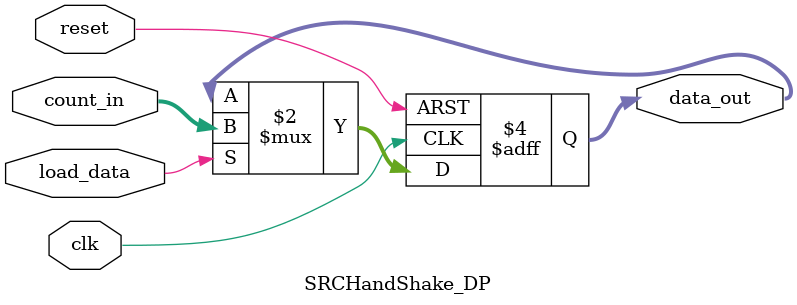
<source format=sv>
`timescale 1ns / 1ps
module SRCHandShake_DP(
    input  logic clk,
    input  logic reset,
    input  logic [7:0] count_in,
    input  logic load_data,
    output logic [7:0] data_out
    );
    
    always_ff @(posedge clk or posedge reset) begin
        if (reset)
            data_out <= 8'd0;
        else if (load_data)
            data_out <= count_in;
    end
endmodule
</source>
